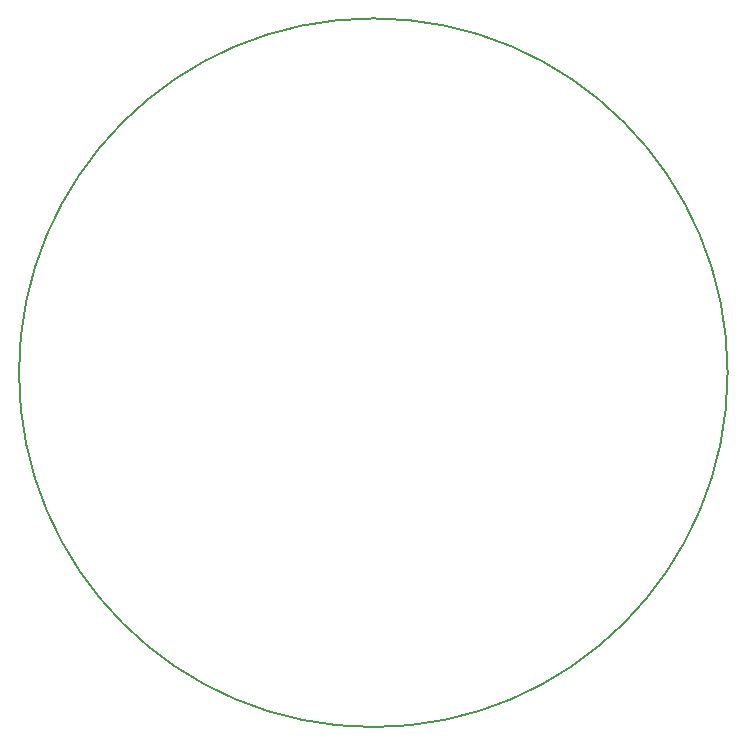
<source format=gm1>
%TF.GenerationSoftware,KiCad,Pcbnew,8.0.0*%
%TF.CreationDate,2024-04-20T13:33:13+02:00*%
%TF.ProjectId,BAT2024,42415432-3032-4342-9e6b-696361645f70,1.0*%
%TF.SameCoordinates,Original*%
%TF.FileFunction,Profile,NP*%
%FSLAX46Y46*%
G04 Gerber Fmt 4.6, Leading zero omitted, Abs format (unit mm)*
G04 Created by KiCad (PCBNEW 8.0.0) date 2024-04-20 13:33:13*
%MOMM*%
%LPD*%
G01*
G04 APERTURE LIST*
%TA.AperFunction,Profile*%
%ADD10C,0.200000*%
%TD*%
G04 APERTURE END LIST*
D10*
X144228000Y-57328000D02*
G75*
G02*
X84228000Y-57328000I-30000000J0D01*
G01*
X84228000Y-57328000D02*
G75*
G02*
X144228000Y-57328000I30000000J0D01*
G01*
M02*

</source>
